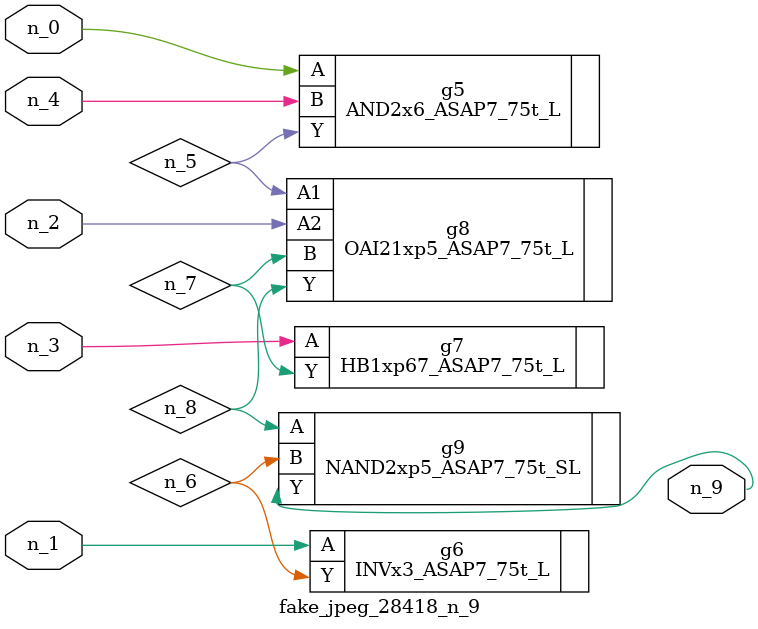
<source format=v>
module fake_jpeg_28418_n_9 (n_3, n_2, n_1, n_0, n_4, n_9);

input n_3;
input n_2;
input n_1;
input n_0;
input n_4;

output n_9;

wire n_8;
wire n_6;
wire n_5;
wire n_7;

AND2x6_ASAP7_75t_L g5 ( 
.A(n_0),
.B(n_4),
.Y(n_5)
);

INVx3_ASAP7_75t_L g6 ( 
.A(n_1),
.Y(n_6)
);

HB1xp67_ASAP7_75t_L g7 ( 
.A(n_3),
.Y(n_7)
);

OAI21xp5_ASAP7_75t_L g8 ( 
.A1(n_5),
.A2(n_2),
.B(n_7),
.Y(n_8)
);

NAND2xp5_ASAP7_75t_SL g9 ( 
.A(n_8),
.B(n_6),
.Y(n_9)
);


endmodule
</source>
